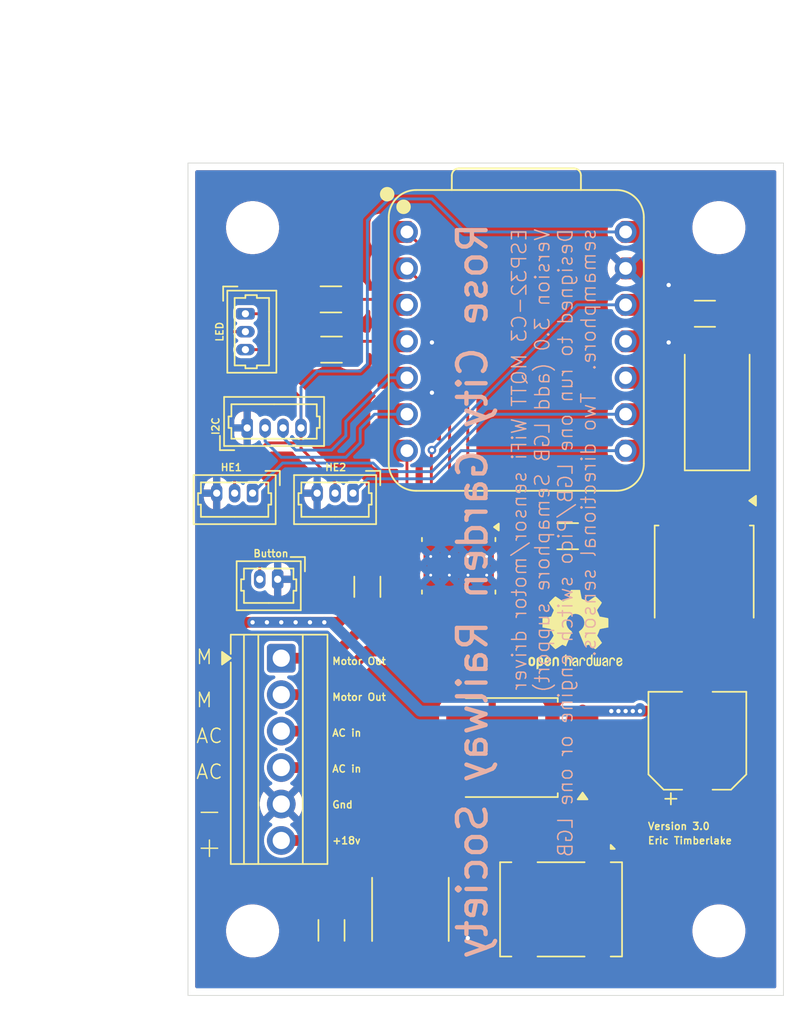
<source format=kicad_pcb>
(kicad_pcb
	(version 20241229)
	(generator "pcbnew")
	(generator_version "9.0")
	(general
		(thickness 1.6)
		(legacy_teardrops no)
	)
	(paper "USLetter")
	(title_block
		(title "Switch Motor Driver and Direction Sensor")
		(date "2025-09-07")
		(rev "3.0")
	)
	(layers
		(0 "F.Cu" signal)
		(2 "B.Cu" signal)
		(9 "F.Adhes" user "F.Adhesive")
		(11 "B.Adhes" user "B.Adhesive")
		(13 "F.Paste" user)
		(15 "B.Paste" user)
		(5 "F.SilkS" user "F.Silkscreen")
		(7 "B.SilkS" user "B.Silkscreen")
		(1 "F.Mask" user)
		(3 "B.Mask" user)
		(17 "Dwgs.User" user "User.Drawings")
		(19 "Cmts.User" user "User.Comments")
		(21 "Eco1.User" user "User.Eco1")
		(23 "Eco2.User" user "User.Eco2")
		(25 "Edge.Cuts" user)
		(27 "Margin" user)
		(31 "F.CrtYd" user "F.Courtyard")
		(29 "B.CrtYd" user "B.Courtyard")
		(35 "F.Fab" user)
		(33 "B.Fab" user)
		(39 "User.1" user)
		(41 "User.2" user)
		(43 "User.3" user)
		(45 "User.4" user)
	)
	(setup
		(pad_to_mask_clearance 0)
		(allow_soldermask_bridges_in_footprints no)
		(tenting front back)
		(pcbplotparams
			(layerselection 0x00000000_00000000_55555555_5755f5ff)
			(plot_on_all_layers_selection 0x00000000_00000000_00000000_00000000)
			(disableapertmacros no)
			(usegerberextensions no)
			(usegerberattributes yes)
			(usegerberadvancedattributes yes)
			(creategerberjobfile yes)
			(dashed_line_dash_ratio 12.000000)
			(dashed_line_gap_ratio 3.000000)
			(svgprecision 4)
			(plotframeref no)
			(mode 1)
			(useauxorigin no)
			(hpglpennumber 1)
			(hpglpenspeed 20)
			(hpglpendiameter 15.000000)
			(pdf_front_fp_property_popups yes)
			(pdf_back_fp_property_popups yes)
			(pdf_metadata yes)
			(pdf_single_document no)
			(dxfpolygonmode yes)
			(dxfimperialunits yes)
			(dxfusepcbnewfont yes)
			(psnegative no)
			(psa4output no)
			(plot_black_and_white yes)
			(sketchpadsonfab no)
			(plotpadnumbers no)
			(hidednponfab no)
			(sketchdnponfab yes)
			(crossoutdnponfab yes)
			(subtractmaskfromsilk no)
			(outputformat 1)
			(mirror no)
			(drillshape 1)
			(scaleselection 1)
			(outputdirectory "")
		)
	)
	(net 0 "")
	(net 1 "GND")
	(net 2 "+5V")
	(net 3 "+18V")
	(net 4 "AC1")
	(net 5 "RAWDC")
	(net 6 "PAC1")
	(net 7 "AC2")
	(net 8 "Net-(J1-Pin_6)")
	(net 9 "OUT2")
	(net 10 "OUT1")
	(net 11 "SDA")
	(net 12 "SCL")
	(net 13 "Net-(J5-Pin_1)")
	(net 14 "Net-(J5-Pin_3)")
	(net 15 "IN1")
	(net 16 "IN2")
	(net 17 "3.3v")
	(net 18 "Net-(J7-Pin_2)")
	(net 19 "Net-(U3-GPIO4{slash}A2{slash}D2)")
	(net 20 "Net-(U3-GPIO5{slash}A3{slash}D3)")
	(net 21 "Net-(U4-IPROPI)")
	(net 22 "HE2")
	(net 23 "unconnected-(U3-GPIO9{slash}D9{slash}MISO-Pad10)")
	(net 24 "HE1")
	(net 25 "unconnected-(U3-GPIO10{slash}D10{slash}MOSI-Pad11)")
	(net 26 "unconnected-(U3-GPIO10{slash}D10{slash}MOSI-Pad11)_1")
	(net 27 "unconnected-(U3-GPIO9{slash}D9{slash}MISO-Pad10)_1")
	(footprint "Capacitor_SMD:C_1206_3216Metric" (layer "F.Cu") (at 188.525 59))
	(footprint "Connector_Molex:Molex_PicoBlade_53047-0310_1x03_P1.25mm_Vertical" (layer "F.Cu") (at 157 71.5 180))
	(footprint "Connector_Molex:Molex_PicoBlade_53047-0210_1x02_P1.25mm_Vertical" (layer "F.Cu") (at 158.75 77.5 180))
	(footprint "Resistor_SMD:R_1206_3216Metric" (layer "F.Cu") (at 162.5 101.9625 -90))
	(footprint "Package_TO_SOT_SMD:TO-252-2" (layer "F.Cu") (at 174.96 89.225 180))
	(footprint "Connector_Molex:Molex_PicoBlade_53047-0410_1x04_P1.25mm_Vertical" (layer "F.Cu") (at 156.625 66.955))
	(footprint "Capacitor_SMD:C_1206_3216Metric" (layer "F.Cu") (at 165 78.025 90))
	(footprint "Symbol:OSHW-Logo2_7.3x6mm_SilkScreen" (layer "F.Cu") (at 179.5 81))
	(footprint "Resistor_SMD:R_1206_3216Metric" (layer "F.Cu") (at 162.4625 58))
	(footprint "Resistor_SMD:R_1206_3216Metric" (layer "F.Cu") (at 162.5 61.5))
	(footprint "Capacitor_Tantalum_SMD:CP_EIA-7343-15_Kemet-W" (layer "F.Cu") (at 189.38 65.5 90))
	(footprint "Package_SO:SOIC-8-1EP_3.9x4.9mm_P1.27mm_EP2.95x4.9mm_Mask2.71x3.4mm_ThermalVias" (layer "F.Cu") (at 171.365 76.5625 -90))
	(footprint "MountingHole:MountingHole_3.2mm_M3" (layer "F.Cu") (at 189.5 102))
	(footprint "Package_TO_SOT_SMD:TO-252-2" (layer "F.Cu") (at 188.475 77.065 -90))
	(footprint "Connector_Molex:Molex_PicoBlade_53047-0310_1x03_P1.25mm_Vertical" (layer "F.Cu") (at 156.5 59 -90))
	(footprint "MountingHole:MountingHole_3.2mm_M3" (layer "F.Cu") (at 157 53))
	(footprint "Diode_SMD:Diode_Bridge_OnSemi_SDIP-4L" (layer "F.Cu") (at 178.5 100.5 -90))
	(footprint "Fuse:Fuse_2920_7451Metric" (layer "F.Cu") (at 168 100.5 90))
	(footprint "Resistor_SMD:R_1206_3216Metric" (layer "F.Cu") (at 178.9625 74.5))
	(footprint "Connector_Molex:Molex_PicoBlade_53047-0310_1x03_P1.25mm_Vertical" (layer "F.Cu") (at 164 71.5 180))
	(footprint "MountingHole:MountingHole_3.2mm_M3" (layer "F.Cu") (at 189.5 53))
	(footprint "Capacitor_SMD:CP_Elec_6.3x7.7" (layer "F.Cu") (at 188 88.75 90))
	(footprint "Seeed Studio XIAO Series Library:XIAO-ESP32C3-DIP" (layer "F.Cu") (at 175.5 60.92))
	(footprint "MountingHole:MountingHole_3.2mm_M3" (layer "F.Cu") (at 157 102))
	(footprint "TerminalBlock:TerminalBlock_Xinya_XY308-2.54-6P_1x06_P2.54mm_Horizontal" (layer "F.Cu") (at 159 83 -90))
	(gr_line
		(start 152.5 48.5)
		(end 152.5 106.5)
		(stroke
			(width 0.05)
			(type default)
		)
		(layer "Edge.Cuts")
		(uuid "2c01999e-1c5b-4d87-bec2-9e59ccddb747")
	)
	(gr_line
		(start 194 106.5)
		(end 194 48.5)
		(stroke
			(width 0.05)
			(type default)
		)
		(layer "Edge.Cuts")
		(uuid "591c8606-6b4b-4ed1-ba04-57c881abebdf")
	)
	(gr_line
		(start 152.5 106.5)
		(end 194 106.5)
		(stroke
			(width 0.05)
			(type default)
		)
		(layer "Edge.Cuts")
		(uuid "b2e83307-182a-44f5-ab51-fb1f1d63e060")
	)
	(gr_line
		(start 194 48.5)
		(end 152.5 48.5)
		(stroke
			(width 0.05)
			(type default)
		)
		(layer "Edge.Cuts")
		(uuid "f655cbf9-8aa7-40da-a6e7-14f43f0042e6")
	)
	(gr_text "+18v"
		(at 162.5 96 0)
		(layer "F.SilkS")
		(uuid "06c7f451-c37f-4c38-aab7-9c7d942e148a")
		(effects
			(font
				(size 0.5 0.5)
				(thickness 0.1)
			)
			(justify left bottom)
		)
	)
	(gr_text "AC"
		(at 153 89 0)
		(layer "F.SilkS")
		(uuid "0a25f007-b32f-4ec8-b9d6-62cafc88892c")
		(effects
			(font
				(size 1 1)
				(thickness 0.1)
			)
			(justify left bottom)
		)
	)
	(gr_text "Motor Out"
		(at 162.5 83.5 0)
		(layer "F.SilkS")
		(uuid "1679674b-6456-4954-ab11-5373e56a7203")
		(effects
			(font
				(size 0.5 0.5)
				(thickness 0.1)
			)
			(justify left bottom)
		)
	)
	(gr_text "AC"
		(at 153 91.5 0)
		(layer "F.SilkS")
		(uuid "18820e33-9a95-4adf-912b-b2b7822db217")
		(effects
			(font
				(size 1 1)
				(thickness 0.1)
			)
			(justify left bottom)
		)
	)
	(gr_text "M"
		(at 153 83.5 0)
		(layer "F.SilkS")
		(uuid "18f086fb-1db7-4e4f-9fa3-6c084657296b")
		(effects
			(font
				(size 1 1)
				(thickness 0.1)
			)
			(justify left bottom)
		)
	)
	(gr_text "HE2"
		(at 162 70 0)
		(layer "F.SilkS")
		(uuid "1baeac1f-3b3d-4849-8304-930d68570adb")
		(effects
			(font
				(size 0.5 0.5)
				(thickness 0.1)
			)
			(justify left bottom)
		)
	)
	(gr_text "LED"
		(at 155 61 90)
		(layer "F.SilkS")
		(uuid "235aecf4-1455-41f4-9d6e-4e159477b31d")
		(effects
			(font
				(size 0.5 0.5)
				(thickness 0.1)
			)
			(justify left bottom)
		)
	)
	(gr_text "Eric Timberlake"
		(at 184.5 96 0)
		(layer "F.SilkS")
		(uuid "25234b53-afa4-4a6b-9fed-73a30007923b")
		(effects
			(font
				(size 0.5 0.5)
				(thickness 0.1)
			)
			(justify left bottom)
		)
	)
	(gr_text "Motor Out"
		(at 162.5 86 0)
		(layer "F.SilkS")
		(uuid "2fed5a0a-6003-4388-8d4c-de910f417eda")
		(effects
			(font
				(size 0.5 0.5)
				(thickness 0.1)
			)
			(justify left bottom)
		)
	)
	(gr_text "AC in"
		(at 162.5 91 0)
		(layer "F.SilkS")
		(uuid "33775dd3-94a4-410e-88e1-36f6ab668b69")
		(effects
			(font
				(size 0.5 0.5)
				(thickness 0.1)
			)
			(justify left bottom)
		)
	)
	(gr_text "I2C"
		(at 154.725 67.505 90)
		(layer "F.SilkS")
		(uuid "37d6c63a-8ee3-44e3-8c2d-f14f839c1148")
		(effects
			(font
				(size 0.5 0.5)
				(thickness 0.1)
			)
			(justify left bottom)
		)
	)
	(gr_text "-"
		(at 153 94.5 0)
		(layer "F.SilkS")
		(uuid "6ead9e81-d512-49ed-829a-1ebabd0e4635")
		(effects
			(font
				(size 1.5 1.5)
				(thickness 0.1)
			)
			(justify left bottom)
		)
	)
	(gr_text "			"
		(at 153.5 96.5 0)
		(layer "F.SilkS")
		(uuid "7701d4a8-d706-42a2-93c9-d074d323caeb")
		(effects
			(font
				(size 1.5 1.5)
				(thickness 0.2)
			)
			(justify left bottom)
		)
	)
	(gr_text "+"
		(at 153 97 0)
		(layer "F.SilkS")
		(uuid "b8e580e3-85b3-4bdc-8d10-04f534f11d2f")
		(effects
			(font
				(size 1.5 1.5)
				(thickness 0.1)
			)
			(justify left bottom)
		)
	)
	(gr_text "HE1"
		(at 154.725 70 0)
		(layer "F.SilkS")
		(uuid "bbfe385d-941c-48a9-bdd9-2ffd51ee93ca")
		(effects
			(font
				(size 0.5 0.5)
				(thickness 0.1)
			)
			(justify left bottom)
		)
	)
	(gr_text "Gnd"
		(at 162.5 93.5 0)
		(layer "F.SilkS")
		(uuid "cf66c85a-70da-4fbc-b681-83d3fa495dbf")
		(effects
			(font
				(size 0.5 0.5)
				(thickness 0.1)
			)
			(justify left bottom)
		)
	)
	(gr_text "M"
		(at 153 86.5 0)
		(layer "F.SilkS")
		(uuid "db29b11c-b130-4a39-b971-703f443d6784")
		(effects
			(font
				(size 1 1)
				(thickness 0.1)
			)
			(justify left bottom)
		)
	)
	(gr_text "AC in"
		(at 162.5 88.5 0)
		(layer "F.SilkS")
		(uuid "ee03c38a-da0c-4f5b-b0b1-39088bc40259")
		(effects
			(font
				(size 0.5 0.5)
				(thickness 0.1)
			)
			(justify left bottom)
		)
	)
	(gr_text "Version 3.0"
		(at 184.5 95 0)
		(layer "F.SilkS")
		(uuid "f2ad8bc1-ef86-4741-b707-1c3a9db86c7a")
		(effects
			(font
				(size 0.5 0.5)
				(thickness 0.1)
			)
			(justify left bottom)
		)
	)
	(gr_text "Button\n"
		(at 157 76 0)
		(layer "F.SilkS")
		(uuid "fb4eb041-acfd-4a0c-b1dc-fd719dd263cb")
		(effects
			(font
				(size 0.5 0.5)
				(thickness 0.1)
			)
			(justify left bottom)
		)
	)
	(gr_text "Rose City Garden Railway Society"
		(at 173.5 52.5 90)
		(layer "B.SilkS")
		(uuid "07bff5c9-bb83-4854-b984-d404a2ffb18b")
		(effects
			(font
				(size 2 2)
				(thickness 0.3)
			)
			(justify left bottom mirror)
		)
	)
	(gr_text "ESP32-C3 MQTT WiFi sensor/motor driver\nVersion 3.0 (add LGB Semaphore support)\nDesigned to run one LGB/Pico switch engine or one LGB \nsemamphore.  Two directional sensors."
		(at 181 53 90)
		(layer "B.SilkS")
		(uuid "458d8be1-1050-4fb5-8d24-158ef8cc1d16")
		(effects
			(font
				(size 1 1)
				(thickness 0.1)
			)
			(justify left bottom mirror)
		)
	)
	(dimension
		(type orthogonal)
		(layer "User.1")
		(uuid "192322b9-011f-4834-8b5f-5998316eb933")
		(pts
			(xy 157 53) (xy 189.5 53)
		)
		(height -9.5)
		(orientation 0)
		(format
			(prefix "")
			(suffix "")
			(units 3)
			(units_format 0)
			(precision 4)
			(suppress_zeroes yes)
		)
		(style
			(thickness 0.1)
			(arrow_length 1.27)
			(text_position_mode 0)
			(arrow_direction outward)
			(extension_height 0.58642)
			(extension_offset 0.5)
			(keep_text_aligned yes)
		)
		(gr_text "32.5"
			(at 173.25 42.4 0)
			(layer "User.1")
			(uuid "192322b9-011f-4834-8b5f-5998316eb933")
			(effects
				(font
					(size 1 1)
					(thickness 0.1)
				)
			)
		)
	)
	(dimension
		(type orthogonal)
		(layer "User.1")
		(uuid "4ce6f3ec-6a0f-4c4d-93a4-041d97579d80")
		(pts
			(xy 157 53) (xy 157 102)
		)
		(height -11)
		(orientation 1)
		(format
			(prefix "")
			(suffix "")
			(units 3)
			(units_format 0)
			(precision 4)
			(suppress_zeroes yes)
		)
		(style
			(thickness 0.1)
			(arrow_length 1.27)
			(text_position_mode 0)
			(arrow_direction outward)
			(extension_height 0.58642)
			(extension_offset 0.5)
			(keep_text_aligned yes)
		)
		(gr_text "49"
			(at 144.9 77.5 90)
			(layer "User.1")
			(uuid "4ce6f3ec-6a0f-4c4d-93a4-041d97579d80")
			(effects
				(font
					(size 1 1)
					(thickness 0.1)
				)
			)
		)
	)
	(dimension
		(type orthogonal)
		(layer "User.1")
		(uuid "d49e0736-d6ea-43cc-8013-96e855a4f5c7")
		(pts
			(xy 152.5 48.5) (xy 194 48.5)
		)
		(height -9.5)
		(orientation 0)
		(format
			(prefix "")
			(suffix "")
			(units 3)
			(units_format 0)
			(precision 4)
			(suppress_zeroes yes)
		)
		(style
			(thickness 0.1)
			(arrow_length 1.27)
			(text_position_mode 0)
			(arrow_direction outward)
			(extension_height 0.58642)
			(extension_offset 0.5)
			(keep_text_aligned yes)
		)
		(gr_text "41.5"
			(at 173.25 37.9 0)
			(layer "User.1")
			(uuid "d49e0736-d6ea-43cc-8013-96e855a4f5c7")
			(effects
				(font
					(size 1 1)
					(thickness 0.1)
				)
			)
		)
	)
	(dimension
		(type orthogonal)
		(layer "User.1")
		(uuid "fe402070-fb2b-4fe5-bd20-9d41971a4fc5")
		(pts
			(xy 152.5 48.5) (xy 152.5 106.5)
		)
		(height -11)
		(orientation 1)
		(format
			(prefix "")
			(suffix "")
			(units 3)
			(units_format 0)
			(precision 4)
			(suppress_zeroes yes)
		)
		(style
			(thickness 0.1)
			(arrow_length 1.27)
			(text_position_mode 0)
			(arrow_direction outward)
			(extension_height 0.58642)
			(extension_offset 0.5)
			(keep_text_aligned yes)
		)
		(gr_text "58"
			(at 140.4 77.5 90)
			(layer "User.1")
			(uuid "fe402070-fb2b-4fe5-bd20-9d41971a4fc5")
			(effects
				(font
					(size 1 1)
					(thickness 0.1)
				)
			)
		)
	)
	(segment
		(start 172 79.125)
		(end 172 77.1975)
		(width 0.75)
		(layer "F.Cu")
		(net 1)
		(uuid "4c5f5352-de8b-4490-b98e-f3e95102c7d9")
	)
	(segment
		(start 172 77.1975)
		(end 171.365 76.5625)
		(width 0.75)
		(layer "F.Cu")
		(net 1)
		(uuid "e738b67b-36f0-45c3-bcae-f5d15e44cf6c")
	)
	(via
		(at 169.5 61)
		(size 0.6)
		(drill 0.3)
		(layers "F.Cu" "B.Cu")
		(free yes)
		(net 1)
		(uuid "6875ea03-d4bd-44cc-bde9-daad579d8c87")
	)
	(via
		(at 186 57)
		(size 0.6)
		(drill 0.3)
		(layers "F.Cu" "B.Cu")
		(free yes)
		(net 1)
		(uuid "a8d23f9f-6d42-40d9-af8e-51214e5658ee")
	)
	(via
		(at 169.5 64.5)
		(size 0.6)
		(drill 0.3)
		(layers "F.Cu" "B.Cu")
		(free yes)
		(net 1)
		(uuid "b2c6187e-dcf2-4f59-9b21-93c918b88f48")
	)
	(via
		(at 172 102.5)
		(size 0.6)
		(drill 0.3)
		(layers "F.Cu" "B.Cu")
		(free yes)
		(net 1)
		(uuid "b6e79fca-f8e1-4a92-a113-59027c0b5fbf")
	)
	(via
		(at 186 61)
		(size 0.6)
		(drill 0.3)
		(layers "F.Cu" "B.Cu")
		(free yes)
		(net 1)
		(uuid "ebc6b9da-9bbe-41a8-a4ac-10d2322ee50e")
	)
	(segment
		(start 156.5 60.25)
		(end 155.25 60.25)
		(width 0.2)
		(layer "F.Cu")
		(net 2)
		(uuid "0e626c19-9384-478b-8e13-a7f775be6fd0")
	)
	(segment
		(start 187.05 61.45)
		(end 187.05 59)
		(width 0.75)
		(layer "F.Cu")
		(net 2)
		(uuid "1ed5d3b8-5520-4dde-9e5d-f268ee2e7279")
	)
	(segment
		(start 155.75 70.25)
		(end 155.75 71.5)
		(width 0.2)
		(layer "F.Cu")
		(net 2)
		(uuid "2369faa4-74ef-4aa7-be36-233b4b3855dc")
	)
	(segment
		(start 187.05 59)
		(end 187.05 56.347464)
		(width 0.75)
		(layer "F.Cu")
		(net 2)
		(uuid "2a48bf4f-fc45-462d-9923-e19a325c8681")
	)
	(segment
		(start 186.195 71.525)
		(end 186.195 68.5)
		(width 0.75)
		(layer "F.Cu")
		(net 2)
		(uuid "3187f8ae-aa10-4576-8a7c-df9a241c13eb")
	)
	(segment
		(start 186.195 65.565)
		(end 186.26 65.5)
		(width 0.75)
		(layer "F.Cu")
		(net 2)
		(uuid "5a904251-2997-4a90-bfde-c58936bc324a")
	)
	(segment
		(start 160.375 68)
		(end 160.375 68.375)
		(width 0.2)
		(layer "F.Cu")
		(net 2)
		(uuid "5b652e39-b039-4356-8eee-e8ec78670522")
	)
	(segment
		(start 160.375 68)
		(end 158 68)
		(width 0.2)
		(layer "F.Cu")
		(net 2)
		(uuid "67694e6a-1114-45fb-a17a-4642a9195391")
	)
	(segment
		(start 186.26 65.5)
		(end 186.26 62.24)
		(width 0.75)
		(layer "F.Cu")
		(net 2)
		(uuid "7a5f54c6-8f46-44dd-8227-8f38115538a5")
	)
	(segment
		(start 160.375 66.955)
		(end 160.375 68)
		(width 0.2)
		(layer "F.Cu")
		(net 2)
		(uuid "86ba4e0b-5ff8-41f6-9cba-d59fa6329349")
	)
	(segment
		(start 155.25 60.25)
		(end 154.5 61)
		(width 0.2)
		(layer "F.Cu")
		(net 2)
		(uuid "8a33be4a-1cb8-409f-9979-cfd58ad493be")
	)
	(segment
		(start 162.75 70.75)
		(end 162.75 71.5)
		(width 0.2)
		(layer "F.Cu")
		(net 2)
		(uuid "8e68e7b4-c54c-48ed-9585-c79870c1ab87")
	)
	(segment
		(start 160.375 64.875)
		(end 160.375 66.955)
		(width 0.2)
		(layer "F.Cu")
		(net 2)
		(uuid "92d7780d-14e1-469e-b134-d9a334f760b6")
	)
	(segment
		(start 186.26 62.24)
		(end 187.05 61.45)
		(width 0.75)
		(layer "F.Cu")
		(net 2)
		(uuid "9a9f06f2-b192-4f93-afb8-847f0c7e387b")
	)
	(segment
		(start 189.38 68.62)
		(end 186.315 68.62)
		(width 0.75)
		(layer "F.Cu")
		(net 2)
		(uuid "a7a78fe8-f51e-4e54-ba04-dfb036fb6e05")
	)
	(segment
		(start 187.05 56.347464)
		(end 184.002536 53.3)
		(width 0.75)
		(layer "F.Cu")
		(net 2)
		(uuid "ac13e731-90fe-4cc4-ad03-6b07310894a2")
	)
	(segment
		(start 156 64)
		(end 159.5 64)
		(width 0.2)
		(layer "F.Cu")
		(net 2)
		(uuid "b8c334a7-8076-4357-9c2d-ebd42702839b")
	)
	(segment
		(start 186.195 68.5)
		(end 186.195 65.565)
		(width 0.75)
		(layer "F.Cu")
		(net 2)
		(uuid "bc631fd5-25b7-4b28-bfa5-e6634095aeec")
	)
	(segment
		(start 160.375 68.375)
		(end 162.75 70.75)
		(width 0.2)
		(layer "F.Cu")
		(net 2)
		(uuid "c757f821-01de-4374-92fe-d256b5b4ebe5")
	)
	(segment
		(start 158 68)
		(end 155.75 70.25)
		(width 0.2)
		(layer "F.Cu")
		(net 2)
		(uuid "d78caca9-0fd0-4208-b925-81ff0551cc97")
	)
	(segment
		(start 159.5 64)
		(end 160.375 64.875)
		(width 0.2)
		(layer "F.Cu")
		(net 2)
		(uuid "dda0fb6f-4107-4a55-aeee-1479447d63c3")
	)
	(segment
		(start 184.002536 53.3)
		(end 183 53.3)
		(width 0.75)
		(layer "F.Cu")
		(net 2)
		(uuid "ddc637f7-3fb2-4580-9b93-1577a9d45684")
	)
	(segment
		(start 186.315 68.62)
		(end 186.195 68.5)
		(width 0.75)
		(layer "F.Cu")
		(net 2)
		(uuid "e4b43bd3-0421-44bf-9c5e-904ecc610b24")
	)
	(segment
		(start 154.5 62.5)
		(end 156 64)
		(width 0.2)
		(layer "F.Cu")
		(net 2)
		(uuid "edaafd04-a68c-4afb-878c-09725807e755")
	)
	(segment
		(start 154.5 61)
		(end 154.5 62.5)
		(width 0.2)
		(layer "F.Cu")
		(net 2)
		(uuid "f0a0ed5e-ecce-41d2-a0f1-58caa79d06b8")
	)
	(segment
		(start 171.8 53.3)
		(end 169.5 51)
		(width 0.2)
		(layer "B.Cu")
		(net 2)
		(uuid "74a06894-e147-4e28-b3ec-bd5be50ebd33")
	)
	(segment
		(start 164.5 63)
		(end 161.5 63)
		(width 0.2)
		(layer "B.Cu")
		(net 2)
		(uuid "a0d00c02-fb83-459b-9398-5fc67c8baa92")
	)
	(segment
		(start 169.5 51)
		(end 166.5 51)
		(width 0.2)
		(layer "B.Cu")
		(net 2)
		(uuid "a23d8fec-ea37-414a-8d50-715dad8b0ae9")
	)
	(segment
		(start 183 53.3)
		(end 171.8 53.3)
		(width 0.2)
		(layer "B.Cu")
		(net 2)
		(uuid "a38b7daa-e34e-4eaf-92e5-a856c2fd11aa")
	)
	(segment
		(start 165 62.5)
		(end 164.5 63)
		(width 0.2)
		(layer "B.Cu")
		(net 2)
		(uuid "adb00292-3960-4dbc-9cda-4e0119f66dd5")
	)
	(segment
		(start 166.5 51)
		(end 165 52.5)
		(width 0.2)
		(layer "B.Cu")
		(net 2)
		(uuid "b3ca467a-7e6b-449d-b9ee-c52e7568b1a0")
	)
	(segment
		(start 161.5 63)
		(end 160.375 64.125)
		(width 0.2)
		(layer "B.Cu")
		(net 2)
		(uuid "b7c7d422-13a0-47d1-8468-b1a40a35cf21")
	)
	(segment
		(start 165 52.5)
		(end 165 62.5)
		(width 0.2)
		(layer "B.Cu")
		(net 2)
		(uuid "e22ec9fc-50a0-4979-8b94-48fd0636a98d")
	)
	(segment
		(start 160.375 64.125)
		(end 160.375 66.955)
		(width 0.2)
		(layer "B.Cu")
		(net 2)
		(uuid "f554d068-5d4b-4e79-8773-b6f148c25877")
	)
	(segment
		(start 165 79.5)
		(end 167 79.5)
		(width 0.75)
		(layer "F.Cu")
		(net 3)
		(uuid "138ac852-bf1e-48e7-9a1b-1ada5be5a660")
	)
	(segment
		(start 180.075 86.685)
		(end 182 86.685)
		(width 0.75)
		(layer "F.Cu")
		(net 3)
		(uuid "19eb4e21-9654-44ff-942d-a527e62cbbda")
	)
	(segment
		(start 184.685 86.685)
		(end 188 90)
		(width 0.75)
		(layer "F.Cu")
		(net 3)
		(uuid "1f81067d-9d5f-4060-a27a-5df1b5985d11")
	)
	(segment
		(start 163 80.5)
		(end 164 79.5)
		(width 0.75)
		(layer "F.Cu")
		(net 3)
		(uuid "1fd83b61-de75-41e0-b2ec-ea4062a0ded0")
	)
	(segment
		(start 182 86.685)
		(end 182.5 86.685)
		(width 0.75)
		(layer "F.Cu")
		(net 3)
		(uuid "23c7f5e1-37cd-4543-8885-ea9abc6a67ea")
	)
	(segment
		(start 167 79.5)
		(end 167.5 79.5)
		(width 0.75)
		(layer "F.Cu")
		(net 3)
		(uuid "39db628e-f657-43dc-9e1a-0e4723a971b8")
	)
	(segment
		(start 156.5 80.5)
		(end 163 80.5)
		(width 0.75)
		(layer "F.Cu")
		(net 3)
		(uuid "39dc057c-0ebb-4fe2-bbd0-8dcd286dd049")
	)
	(segment
		(start 155.5 97)
		(end 155.5 81.5)
		(width 0.75)
		(layer "F.Cu")
		(net 3)
		(uuid "3ed6e0cb-fedb-468b-91fe-4e83251d9460")
	)
	(segment
		(start 183.5 86.685)
		(end 184 86.685)
		(width 0.75)
		(layer "F.Cu")
		(net 3)
		(uuid "4c6e30d5-86f2-44d4-ac46-1a394ad58b90")
	)
	(segment
		(start 168 79.5)
		(end 169.085 79.5)
		(width 0.75)
		(layer "F.Cu")
		(net 3)
		(uuid "4e313ad1-e3c5-4ec3-847c-2915a1a68beb")
	)
	(segment
		(start 162.5 103.425)
		(end 160.925 103.425)
		(width 0.75)
		(layer "F.Cu")
		(net 3)
		(uuid "60cc3eab-06bb-4cb7-bfe3-e096ed661d9b")
	)
	(segment
		(start 156.5 98)
		(end 155.5 97)
		(width 0.75)
		(layer "F.Cu")
		(net 3)
		(uuid "6b360f77-4743-49a1-baad-120a9c4d046f")
	)
	(segment
		(start 160.925 99.925)
		(end 159 98)
		(width 0.75)
		(layer "F.Cu")
		(net 3)
		(uuid "6e06f535-e46e-4d61-a10c-44b97f8c84be")
	)
	(segment
		(start 155.5 81.5)
		(end 156.5 80.5)
		(width 0.75)
		(layer "F.Cu")
		(net 3)
		(uuid "785bc639-9e1a-466e-897c-d785cdfa8b49")
	)
	(segment
		(start 183 86.685)
		(end 183.5 86.685)
		(width 0.75)
		(layer "F.Cu")
		(net 3)
		(uuid "7c2240f8-6381-4ca2-bebd-541685fa2a62")
	)
	(segment
		(start 184 86.685)
		(end 184.685 86.685)
		(width 0.75)
		(layer "F.Cu")
		(net 3)
		(uuid "7e2622d0-673f-42fe-b43e-c42179d1cf7e")
	)
	(segment
		(start 169.085 79.5)
		(end 169.46 79.125)
		(width 0.75)
		(layer "F.Cu")
		(net 3)
		(uuid "90984da9-844e-42bc-930b-11616a436d36")
	)
	(segment
		(start 159 98)
		(end 156.5 98)
		(width 0.75)
		(layer "F.Cu")
		(net 3)
		(uuid "98dd8cbd-f883-4c78-ae03-db65b3ad544f")
	)
	(segment
		(start 167.5 79.5)
		(end 168 79.5)
		(width 0.75)
		(layer "F.Cu")
		(net 3)
		(uuid "9a310dc3-8d9c-4e79-9656-1ab9eecdfd2b")
	)
	(segment
		(start 180 86.61)
		(end 180.075 86.685)
		(width 0.75)
		(layer "F.Cu")
		(net 3)
		(uuid "bbc34437-7455-47c4-a7d7-8280ee58a3bd")
	)
	(segment
		(start 164 79.5)
		(end 165 79.5)
		(width 0.75)
		(layer "F.Cu")
		(net 3)
		(uuid "db825338-2cd0-4e2e-ad57-97613a7a094a")
	)
	(segment
		(start 182.5 86.685)
		(end 183 86.685)
		(width 0.75)
		(layer "F.Cu")
		(net 3)
		(uuid "ec7ca8c9-a723-43b5-9de5-e77879e124de")
	)
	(segment
		(start 160.925 103.425)
		(end 160.925 99.925)
		(width 0.75)
		(layer "F.Cu")
		(net 3)
		(uuid "f2ced90c-f094-423f-b2fa-4e59ee23a354")
	)
	(via
		(at 159 80.5)
		(size 0.6)
		(drill 0.3)
		(layers "F.Cu" "B.Cu")
		(net 3)
		(uuid "0a1e2936-e96a-48fe-aeb7-ef2d162e3eef")
	)
	(via
		(at 162 80.5)
		(size 0.6)
		(drill 0.3)
		(layers "F.Cu" "B.Cu")
		(net 3)
		(uuid "182011f5-30b0-4573-89bb-a5793047738d")
	)
	(via
		(at 184 86.685)
		(size 0.6)
		(drill 0.3)
		(layers "F.Cu" "B.Cu")
		(net 3)
		(uuid "19ca4284-1572-43b6-b5df-5c0e4cd1ef42")
	)
	(via
		(at 183.5 86.685)
		(size 0.6)
		(drill 0.3)
		(layers "F.Cu" "B.Cu")
		(net 3)
		(uuid "22467228-9a74-4631-acb7-fb6b4df7d9c6")
	)
	(via
		(at 157 80.5)
		(size 0.6)
		(drill 0.3)
		(layers "F.Cu" "B.Cu")
		(net 3)
		(uuid "5776ee1c-7a47-487e-9119-cb840d42dfad")
	)
	(via
		(at 182.5 86.685)
		(size 0.6)
		(drill 0.3)
		(layers "F.Cu" "B.Cu")
		(net 3)
		(uuid "5e210cc6-e732-48eb-bc44-d3df462ddb22")
	)
	(via
		(at 160 80.5)
		(size 0.6)
		(drill 0.3)
		(layers "F.Cu" "B.Cu")
		(net 3)
		(uuid "6b6370bb-e071-40f1-9e2c-f95e64b27d2c")
	)
	(via
		(at 158 80.5)
		(size 0.6)
		(drill 0.3)
		(layers "F.Cu" "B.Cu")
		(net 3)
		(uuid "792feb5e-bb63-4197-aee5-87c350dcdd14")
	)
	(via
		(at 161 80.5)
		(size 0.6)
		(drill 0.3)
		(layers "F.Cu" "B.Cu")
		(net 3)
		(uuid "7be9090e-44fb-4306-8fbf-98d23a2b1d78")
	)
	(via
		(at 182 86.685)
		(size 0.6)
		(drill 0.3)
		(layers "F.Cu" "B.Cu")
		(net 3)
		(uuid "7bf540a7-2a58-4914-8473-407b20a793c0")
	)
	(via
		(at 183 86.685)
		(size 0.6)
		(drill 0.3)
		(layers "F.Cu" "B.Cu")
		(net 3)
		(uuid "e2206513-5d95-432e-bfd1-4cbff862289f")
	)
	(segment
		(start 184 86.685)
		(end 168.685 86.685)
		(width 0.75)
		(layer "B.Cu")
		(net 3)
		(uuid "01c16dfc-ec76-4b27-80a5-15d3f053cf37")
	)
	(segment
		(start 162 80.5)
		(end 161 80.5)
		(width 0.75)
		(layer "B.Cu")
		(net 3)
		(uuid "111db211-8469-40e4-9194-bf7f438d8719")
	)
	(segment
		(start 162.5 80.5)
		(end 162 80.5)
		(width 0.75)
		(layer "B.Cu")
		(net 3)
		(uuid "509a46e1-f920-403b-afd5-90dd187d50f6")
	)
	(segment
		(start 161 80.5)
		(end 160 80.5)
		(width 0.75)
		(layer "B.Cu")
		(net 3)
		(uuid "5e6619a7-028f-4576-a01a-9b7d0c3238c8")
	)
	(segment
		(start 168.685 86.685)
		(end 162.5 80.5)
		(width 0.75)
		(layer "B.Cu")
		(net 3)
		(uuid "68fa7dd6-0699-45db-be98-1ab26304f64f")
	)
	(segment
		(start 160 80.5)
		(end 159 80.5)
		(width 0.75)
		(layer "B.Cu")
		(net 3)
		(uuid "7eef8b45-2fc6-4153-96fd-e92796665427")
	)
	(segment
		(start 159 80.5)
		(end 158 80.5)
		(width 0.75)
		(layer "B.Cu")
		(net 3)
		(uuid "8b53a10d-94a5-4ad9-98e9-b33e9add54be")
	)
	(segment
		(start 158 80.5)
		(end 157 80.5)
		(width 0.75)
		(layer "B.Cu")
		(net 3)
		(uuid "e2a16ff9-8c22-453d-8297-b9ccb54680e6")
	)
	(segment
		(start 184 86.685)
		(end 184 86.5)
		(width 0.75)
		(layer "B.Cu")
		(net 3)
		(uuid "f1c653f2-4da1-483c-8a9a-fb47eb52a16e")
	)
	(segment
		(start 159 90.62)
		(end 161.5075 90.62)
		(width 0.75)
		(layer "F.Cu")
		(net 4)
		(uuid "0ff362a0-2937-4f5a-85e7-bce44925ca46")
	)
	(segment
		(start 161.5075 90.62)
		(end 168 97.1125)
		(width 0.75)
		(layer "F.Cu")
		(net 4)
		(uuid "4ce04190-ee0c-4c56-b360-fc7ec1fbe4cd")
	)
	(segment
		(start 183.765 91.765)
		(end 186 94)
		(width 0.75)
		(layer "F.Cu")
		(net 5)
		(uuid "19043411-695a-4d56-b1fe-f1360f0ef7e3")
	)
	(segment
		(start 180 95)
		(end 181.05 96.05)
		(width 0.75)
		(layer "F.Cu")
		(net 5)
		(uuid "510387ea-a386-403e-a03a-3faa688f1010")
	)
	(segment
		(start 192.5 73.27)
		(end 190.755 71.525)
		(width 0.75)
		(layer "F.Cu")
		(net 5)
		(uuid "6fdbc965-9a4a-47e2-8648-5091707b1625")
	)
	(segment
		(start 180 91.505)
		(end 180 95)
		(width 0.75)
		(layer "F.Cu")
		(net 5)
		(uuid "75d475e6-2632-4a59-9183-29403a309f2f")
	)
	(segment
		(start 186 94)
		(end 190.5 94)
		(width 0.75)
		(layer "F.Cu")
		(net 5)
		(uuid "b367a99b-ebbf-458f-b9e6-8016c52fc659")
	)
	(segment
		(start 180.075 91.765)
		(end 183.765 91.765)
		(width 0.75)
		(layer "F.Cu")
		(net 5)
		(uuid "e94555d2-a677-4e26-b0a1-a30c47ea39fc")
	)
	(segment
		(start 192.5 92)
		(end 192.5 73.27)
		(width 0.75)
		(layer "F.Cu")
		(net 5)
		(uuid "ecc9281f-fdcd-4a3b-a260-894b525e7484")
	)
	(segment
		(start 190.5 94)
		(end 192.5 92)
		(width 0.75)
		(layer "F.Cu")
		(net 5)
		(uuid "fd20cc50-e5da-46be-94fb-0d20eeb19e4d")
	)
	(segment
		(start 174.8875 103.8875)
		(end 175.95 104.95)
		(width 0.75)
		(layer "F.Cu")
		(net 6)
		(uuid "1c2dd5f3-6fb0-4a9a-8587-ac18c0eff92c")
	)
	(segment
		(start 168 103.8875)
		(end 174.8875 103.8875)
		(width 0.75)
		(layer "F.Cu")
		(net 6)
		(uuid "a3279cbe-892d-4a5d-8272-f429fa481a3d")
	)
	(segment
		(start 163.58 88.08)
		(end 170 94.5)
		(width 0.75)
		(layer "F.Cu")
		(net 7)
		(uuid "22758a4d-a083-4931-8488-d1d264a8906e")
	)
	(segment
		(start 172.5 97.5)
		(end 179.95 104.95)
		(width 0.75)
		(layer "F.Cu")
		(net 7)
		(uuid "8b1df9ff-a3d8-478d-b057-d1a419195fd7")
	)
	(segment
		(start 172.5 94.5)
		(end 172.5 97.5)
		(width 0.75)
		(layer "F.Cu")
		(net 7)
		(uuid "bfbc7511-a6e9-40ec-8955-051d4aff3fa5")
	)
	(segment
		(start 179.95 104.95)
		(end 181.05 104.95)
		(width 0.75)
		(layer "F.Cu")
		(net 7)
		(uuid "c355c32d-06fc-44c2-8650-7ec4fe942cf2")
	)
	(segment
		(start 159 88.08)
		(end 163.58 88.08)
		(width 0.75)
		(layer "F.Cu")
		(net 7)
		(uuid "f2057d1d-2bbd-4873-abf2-5733778250a1")
	)
	(segment
		(start 170 94.5)
		(end 172.5 94.5)
		(width 0.75)
		(layer "F.Cu")
		(net 7)
		(uuid "fcf8523c-6543-4456-b072-41fbdd816a29")
	)
	(segment
		(start 161.7 95.7)
		(end 162.5 96.5)
		(width 0.75)
		(layer "F.Cu")
		(net 8)
		(uuid "2a09e069-8da1-44a2-bb1f-aab60bf9e3cf")
	)
	(segment
		(start 162.5 96.5)
		(end 162.5 100.5)
		(width 0.75)
		(layer "F.Cu")
		(net 8)
		(uuid "6c168a7d-0849-4fbb-ac5b-21a7e23aeb3f")
	)
	(segment
		(start 159 95.7)
		(end 161.7 95.7)
		(width 0.75)
		(layer "F.Cu")
		(net 8)
		(uuid "e3eacb4e-adb4-40b8-acfb-0eda62d3ee16")
	)
	(segment
		(start 161.96 85.54)
		(end 163.5 84)
		(width 0.75)
		(layer "F.Cu")
		(net 9)
		(uuid "120284ca-e02c-4b37-9a34-2c9a69ea9752")
	)
	(segment
		(start 159 85.54)
		(end 161.96 85.54)
		(width 0.75)
		(layer "F.Cu")
		(net 9)
		(uuid "3c60babf-22dc-452c-b2ee-b80283f837ee")
	)
	(segment
		(start 165 82.5)
		(end 163.5 84)
		(width 0.75)
		(layer "F.Cu")
		(net 9)
		(uuid "46c682c8-557f-4a51-8694-09f35220e736")
	)
	(segment
		(start 173.27 79.125)
		(end 173.27 80.23)
		(width 0.75)
		(layer "F.Cu")
		(net 9)
		(uuid "69e2d498-e523-4ea2-8395-a0a50c05d4ba")
	)
	(segment
		(start 173.27 80.23)
		(end 171 82.5)
		(width 0.75)
		(layer "F.Cu")
		(net 9)
		(uuid "aeb7313b-9c3a-4007-9f4f-be6fa9b9e043")
	)
	(segment
		(start 171 82.5)
		(end 165 82.5)
		(width 0.75)
		(layer "F.Cu")
		(net 9)
		(uuid "d632af28-8068-455b-809a-7d64134787c4")
	)
	(segment
		(start 170 81)
		(end 164.5 81)
		(width 0.75)
		(layer "F.Cu")
		(net 10)
		(uuid "66a1d9ce-d59a-4168-9e85-ae0516cf915b")
	)
	(segment
		(start 164.5 81)
		(end 162.5 83)
		(width 0.75)
		(layer "F.Cu")
		(net 10)
		(uuid "92043a77-6f47-4526-812a-2e0d3f058259")
	)
	(segment
		(start 170.73 80.27)
		(end 170 81)
		(width 0.75)
		(layer "F.Cu")
		(net 10)
		(uuid "ac6f3a80-5974-4eff-a221-719ccb1172dc")
	)
	(segment
		(start 162.5 83)
		(end 159 83)
		(width 0.75)
		(layer "F.Cu")
		(net 10)
		(uuid "b045d423-c3c3-4647-bfc0-130c2848952b")
	)
	(segment
		(start 170.73 79.125)
		(end 170.73 80.27)
		(width 0.75)
		(layer "F.Cu")
		(net 10)
		(uuid "b1b44cee-c2db-46a7-960b-f723a3835158")
	)
	(segment
		(start 163.5 66.5)
		(end 163.5 67.5)
		(width 0.2)
		(layer "B.Cu")
		(net 11)
		(uuid "285ff3c0-12e8-4ace-bea9-6223037bd2ef")
	)
	(segment
		(start 162.5 68.5)
		(end 160 68.5)
		(width 0.2)
		(layer "B.Cu")
		(net 11)
		(uuid "429ef5e1-b083-4474-aed1-a5c7263ff76f")
	)
	(segment
		(start 160 68.5)
		(end 159.125 67.625)
		(width 0.2)
		(layer "B.Cu")
		(net 11)
		(uuid "471eb12b-d5f7-441d-85f7-c
... [187894 chars truncated]
</source>
